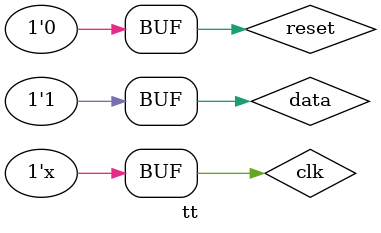
<source format=v>
`timescale 1ns / 1ps


module tt;

	// Inputs
	reg clk;
	reg reset;
	reg data;

	// Outputs
	wire start_shifting;

	// Instantiate the Unit Under Test (UUT)
	top_module uut (
		.clk(clk), 
		.reset(reset), 
		.data(data), 
		.start_shifting(start_shifting)
	);

	initial begin
		// Initialize Inputs
		clk = 0;
		reset = 0;
		data = 0;

		// Wait 100 ns for global reset to finish
		#100;
        
		// Add stimulus here
		#2 reset = 1;
		#2 reset = 0;
		#2 data = 0;
		#2 data = 1;
		#2 data = 1;
		#2 data = 1;
		#2 data = 0;
		#2 data = 1;
		

	end
     always #1 clk = ~clk;
endmodule


</source>
